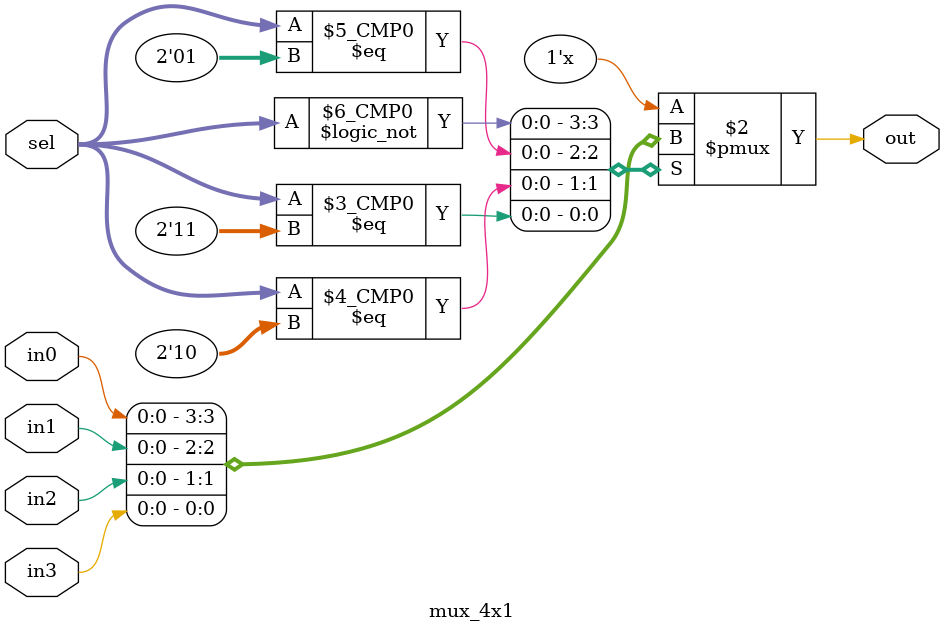
<source format=v>
module mux_4x1 #(parameter WIDTH = 1) (

input [WIDTH-1:0] in0,
input [WIDTH-1:0] in1,
input [WIDTH-1:0] in2,
input [WIDTH-1:0] in3,
input [1:0] sel,
output reg [WIDTH-1:0] out

);

always @(*)
 begin
     case(sel)
	     2'b00: out = in0;
	     2'b01: out = in1;
	     2'b10: out = in2;
	     2'b11: out = in3;
	     default : out = in0;
	 endcase 
 end
 
endmodule

</source>
